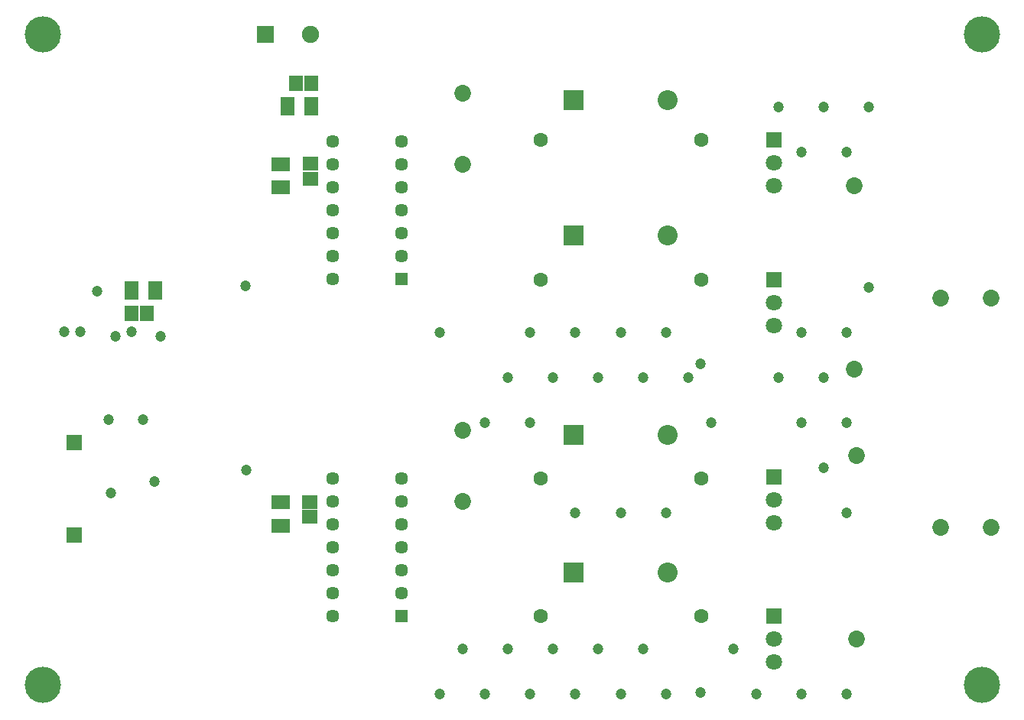
<source format=gbr>
%TF.GenerationSoftware,Altium Limited,Altium Designer,20.0.13 (296)*%
G04 Layer_Color=16711935*
%FSLAX26Y26*%
%MOIN*%
%TF.FileFunction,Soldermask,Bot*%
%TF.Part,Single*%
G01*
G75*
%TA.AperFunction,SMDPad,CuDef*%
%ADD44R,0.078866X0.063118*%
%ADD45R,0.065087X0.061150*%
%ADD46R,0.063118X0.078866*%
%ADD47R,0.061150X0.065087*%
%TA.AperFunction,ViaPad*%
%ADD48C,0.158000*%
%TA.AperFunction,ComponentPad*%
%ADD49R,0.067055X0.067055*%
%ADD50R,0.074929X0.074929*%
%ADD51C,0.074929*%
%ADD52C,0.072961*%
%ADD53C,0.086740*%
%ADD54R,0.086740X0.086740*%
%ADD55R,0.067055X0.067055*%
%ADD56R,0.070992X0.070992*%
%ADD57C,0.070992*%
%ADD58C,0.063118*%
%ADD59C,0.057213*%
%ADD60R,0.057213X0.057213*%
%TA.AperFunction,ViaPad*%
%ADD61C,0.047370*%
D44*
X3440276Y3491181D02*
D03*
Y3388819D02*
D03*
Y1913819D02*
D03*
Y2016181D02*
D03*
D45*
X3570276Y3427520D02*
D03*
Y3492480D02*
D03*
X3565276Y2017480D02*
D03*
Y1952520D02*
D03*
D46*
X3469685Y3743189D02*
D03*
X3572047D02*
D03*
X2891457Y2940000D02*
D03*
X2789095D02*
D03*
D47*
X3506890Y3842520D02*
D03*
X3571850D02*
D03*
X2790315Y2840000D02*
D03*
X2855276D02*
D03*
D48*
X6496063Y4055118D02*
D03*
Y1220472D02*
D03*
X2401575Y4055118D02*
D03*
Y1220472D02*
D03*
D49*
X2539370Y1874016D02*
D03*
D50*
X3374016Y4055118D02*
D03*
D51*
X3570866D02*
D03*
D52*
X6535433Y1905000D02*
D03*
Y2905000D02*
D03*
X6315000D02*
D03*
Y1905000D02*
D03*
X4232283Y3491457D02*
D03*
Y3798543D02*
D03*
X5940000Y2595000D02*
D03*
Y3395000D02*
D03*
X5950000Y2220000D02*
D03*
Y1420000D02*
D03*
X4232283Y2328543D02*
D03*
Y2021457D02*
D03*
D53*
X5127165Y3180000D02*
D03*
Y2310000D02*
D03*
Y1710000D02*
D03*
Y3770000D02*
D03*
D54*
X4715354Y3180000D02*
D03*
Y2310000D02*
D03*
Y1710000D02*
D03*
Y3770000D02*
D03*
D55*
X2540276Y2275000D02*
D03*
D56*
X5590551Y3595000D02*
D03*
Y2125000D02*
D03*
Y2985000D02*
D03*
Y1520000D02*
D03*
D57*
Y3495000D02*
D03*
Y3395000D02*
D03*
Y1925000D02*
D03*
Y2025000D02*
D03*
Y2785000D02*
D03*
Y2885000D02*
D03*
Y1320000D02*
D03*
Y1420000D02*
D03*
D58*
X5271260Y2985000D02*
D03*
X4571260D02*
D03*
X5271260Y2120000D02*
D03*
X4571260D02*
D03*
X5271260Y1520000D02*
D03*
X4571260D02*
D03*
Y3595000D02*
D03*
X5271260D02*
D03*
D59*
X3665276Y2990000D02*
D03*
Y3090000D02*
D03*
Y3190000D02*
D03*
Y3290000D02*
D03*
Y3390000D02*
D03*
Y3490000D02*
D03*
Y3590000D02*
D03*
X3965276D02*
D03*
Y3490000D02*
D03*
Y3390000D02*
D03*
Y3290000D02*
D03*
Y3190000D02*
D03*
Y3090000D02*
D03*
Y1620000D02*
D03*
Y1720000D02*
D03*
Y1820000D02*
D03*
Y1920000D02*
D03*
Y2020000D02*
D03*
Y2120000D02*
D03*
X3665276D02*
D03*
Y2020000D02*
D03*
Y1920000D02*
D03*
Y1820000D02*
D03*
Y1720000D02*
D03*
Y1620000D02*
D03*
Y1520000D02*
D03*
D60*
X3965276Y2990000D02*
D03*
Y1520000D02*
D03*
D61*
X6003937Y3740158D02*
D03*
X5905512Y3543307D02*
D03*
X6003937Y2952756D02*
D03*
X5905512Y2755906D02*
D03*
Y2362205D02*
D03*
Y1968504D02*
D03*
Y1181102D02*
D03*
X5807087Y3740158D02*
D03*
X5708662Y3543307D02*
D03*
Y2755906D02*
D03*
X5807087Y2559055D02*
D03*
X5708662Y2362205D02*
D03*
X5807087Y2165354D02*
D03*
X5708662Y1181102D02*
D03*
X5610236Y3740158D02*
D03*
Y2559055D02*
D03*
X5511811Y1181102D02*
D03*
X5314961Y2362205D02*
D03*
X5413386Y1377953D02*
D03*
X5118110Y2755906D02*
D03*
X5216536Y2559055D02*
D03*
X5118110Y1968504D02*
D03*
Y1181102D02*
D03*
X4921260Y2755906D02*
D03*
X5019685Y2559055D02*
D03*
X4921260Y1968504D02*
D03*
X5019685Y1377953D02*
D03*
X4921260Y1181102D02*
D03*
X4724410Y2755906D02*
D03*
X4822835Y2559055D02*
D03*
X4724410Y1968504D02*
D03*
X4822835Y1377953D02*
D03*
X4724410Y1181102D02*
D03*
X4527559Y2755906D02*
D03*
X4625984Y2559055D02*
D03*
X4527559Y2362205D02*
D03*
X4625984Y1377953D02*
D03*
X4527559Y1181102D02*
D03*
X4429134Y2559055D02*
D03*
X4330709Y2362205D02*
D03*
X4429134Y1377953D02*
D03*
X4330709Y1181102D02*
D03*
X4133858Y2755906D02*
D03*
X4232284Y1377953D02*
D03*
X4133858Y1181102D02*
D03*
X5270000Y1185000D02*
D03*
Y2620000D02*
D03*
X3285276Y2960000D02*
D03*
X2700276Y2055000D02*
D03*
X2890276Y2105000D02*
D03*
X3290276Y2155000D02*
D03*
X2640276Y2935000D02*
D03*
X2690276Y2375000D02*
D03*
X2720276Y2740000D02*
D03*
X2915276D02*
D03*
X2840276Y2375000D02*
D03*
X2565276Y2760000D02*
D03*
X2790276D02*
D03*
X2495276D02*
D03*
%TF.MD5,bedef925f6b7973c18708fb483b10161*%
M02*

</source>
